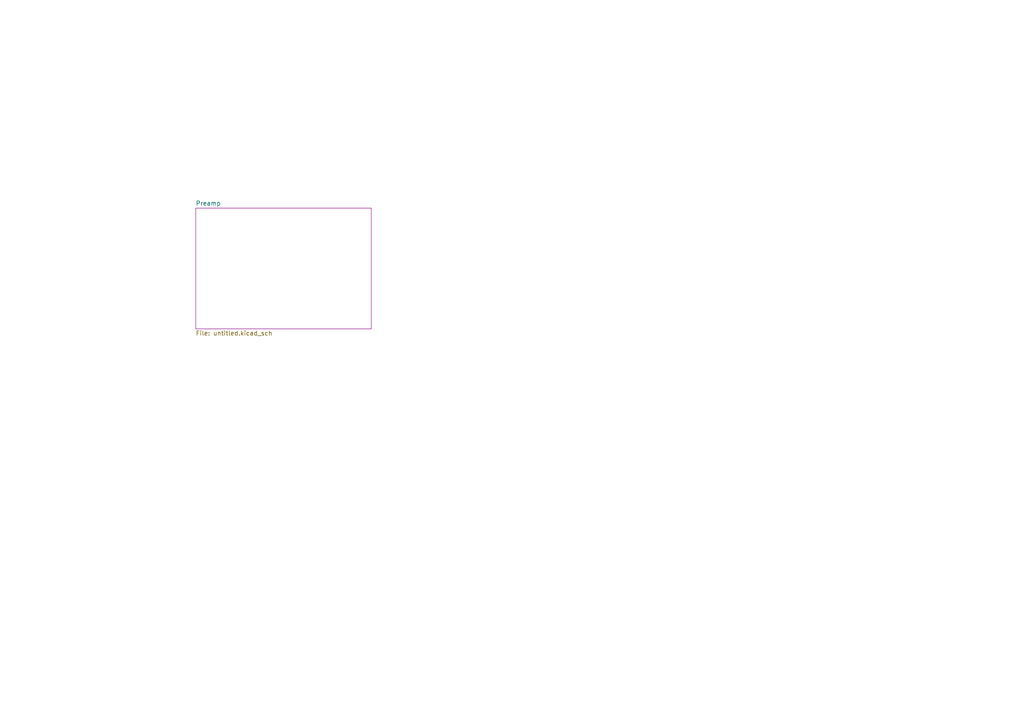
<source format=kicad_sch>
(kicad_sch (version 20200828) (generator eeschema)
  (page 1 1)
  (paper "A4")
  (lib_symbols)
  (sheet (at 56.7436 60.3504) (size 50.9524 35.052) (stroke (width 0.001) (color 132 0 132 1)) (fill (color 255 255 255 0.0000))
    (property "Sheet name" "Preamp" (at 56.7436 59.7145 0) (effects (justify left bottom)))
    (property "Sheet file" "untitled.kicad_sch" (at 56.7436 95.9113 0) (effects (justify left top)))
  )
)
</source>
